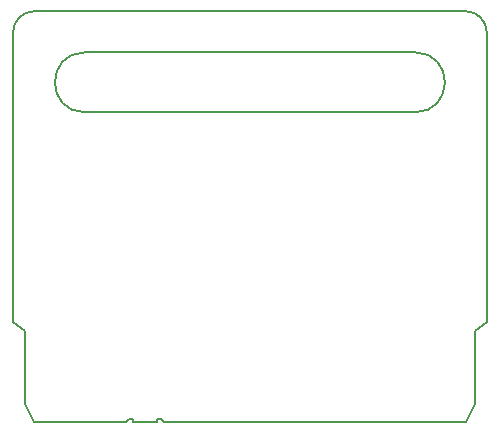
<source format=gbr>
G04 #@! TF.GenerationSoftware,KiCad,Pcbnew,(5.1.9-0-10_14)*
G04 #@! TF.CreationDate,2021-04-12T21:42:41-07:00*
G04 #@! TF.ProjectId,cart,63617274-2e6b-4696-9361-645f70636258,1.0-dev3*
G04 #@! TF.SameCoordinates,Original*
G04 #@! TF.FileFunction,Profile,NP*
%FSLAX46Y46*%
G04 Gerber Fmt 4.6, Leading zero omitted, Abs format (unit mm)*
G04 Created by KiCad (PCBNEW (5.1.9-0-10_14)) date 2021-04-12 21:42:41*
%MOMM*%
%LPD*%
G01*
G04 APERTURE LIST*
G04 #@! TA.AperFunction,Profile*
%ADD10C,0.200000*%
G04 #@! TD*
G04 APERTURE END LIST*
D10*
X129433000Y-128397000D02*
X129794000Y-128397000D01*
X129794000Y-128397000D02*
X129794000Y-128651000D01*
X159750000Y-95611000D02*
X159750000Y-120142000D01*
X157972000Y-93833000D02*
G75*
G02*
X159750000Y-95611000I0J-1778000D01*
G01*
X159750000Y-120142000D02*
X158750000Y-120904000D01*
X153670000Y-102390000D02*
X125730000Y-102390000D01*
X125730000Y-97310000D02*
X153670000Y-97310000D01*
X153670000Y-97310000D02*
G75*
G02*
X153670000Y-102390000I0J-2540000D01*
G01*
X125730000Y-102390000D02*
G75*
G02*
X125730000Y-97310000I0J2540000D01*
G01*
X131826000Y-128397000D02*
X132187000Y-128397000D01*
X129794000Y-128651000D02*
X131826000Y-128651000D01*
X131826000Y-128397000D02*
X131826000Y-128651000D01*
X132441000Y-128651000D02*
X132187000Y-128397000D01*
X129433000Y-128397000D02*
X129179000Y-128651000D01*
X157988000Y-128651000D02*
X132441000Y-128651000D01*
X119650000Y-95611000D02*
X119650000Y-120139000D01*
X120650000Y-120901000D02*
X119650000Y-120139000D01*
X121428000Y-93833000D02*
G75*
G03*
X119650000Y-95611000I0J-1778000D01*
G01*
X120650000Y-120901000D02*
X120650000Y-127127000D01*
X158750000Y-120904000D02*
X158750000Y-127127000D01*
X121428000Y-93833000D02*
X157972000Y-93833000D01*
X121412000Y-128651000D02*
X120650000Y-127127000D01*
X157988000Y-128651000D02*
X158750000Y-127127000D01*
X121412000Y-128651000D02*
X129179000Y-128651000D01*
M02*

</source>
